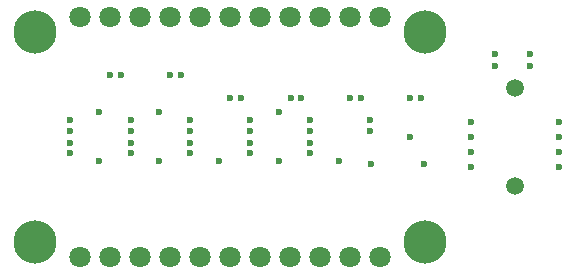
<source format=gbs>
G04*
G04 #@! TF.GenerationSoftware,Altium Limited,Altium Designer,25.9.0 (10)*
G04*
G04 Layer_Color=9720587*
%FSLAX44Y44*%
%MOMM*%
G71*
G04*
G04 #@! TF.SameCoordinates,A8D4251A-1738-4EAF-8D38-4F3D33BA549E*
G04*
G04*
G04 #@! TF.FilePolarity,Negative*
G04*
G01*
G75*
%ADD25C,1.8018*%
%ADD26C,3.6560*%
%ADD27C,1.5200*%
%ADD28C,0.6000*%
D25*
X63500Y12700D02*
D03*
X88900D02*
D03*
X139700D02*
D03*
X165100D02*
D03*
X215900D02*
D03*
X266700D02*
D03*
X317500D02*
D03*
X292100D02*
D03*
X241300D02*
D03*
X190500D02*
D03*
X114300D02*
D03*
X88900Y215900D02*
D03*
X114300D02*
D03*
X139700D02*
D03*
X165100D02*
D03*
X190500D02*
D03*
X215900D02*
D03*
X241300D02*
D03*
X266700D02*
D03*
X292100D02*
D03*
X317500D02*
D03*
X63500D02*
D03*
D26*
X355600Y203200D02*
D03*
Y25400D02*
D03*
X25400Y203200D02*
D03*
Y25400D02*
D03*
D27*
X431800Y155600D02*
D03*
Y73000D02*
D03*
D28*
X309500Y91000D02*
D03*
X415000Y174000D02*
D03*
Y184000D02*
D03*
X394500Y114500D02*
D03*
X444500Y184000D02*
D03*
Y174000D02*
D03*
X156500Y100300D02*
D03*
X354200Y91000D02*
D03*
X282500Y93800D02*
D03*
X232000D02*
D03*
X181000Y93800D02*
D03*
X130500Y93800D02*
D03*
X79500Y93800D02*
D03*
X309000Y128300D02*
D03*
Y119300D02*
D03*
X98000Y166300D02*
D03*
X148500D02*
D03*
X250500Y146800D02*
D03*
X300750Y147000D02*
D03*
X469000Y114500D02*
D03*
X352000Y147300D02*
D03*
X207500Y128300D02*
D03*
X343000Y113800D02*
D03*
X258000Y119300D02*
D03*
X207500Y119300D02*
D03*
X258000Y109300D02*
D03*
X207500Y109300D02*
D03*
Y100300D02*
D03*
X199500Y146800D02*
D03*
X156500Y128300D02*
D03*
Y119300D02*
D03*
X106000D02*
D03*
X55000Y119300D02*
D03*
X156500Y109300D02*
D03*
X106000Y109300D02*
D03*
X55000Y109300D02*
D03*
X232000Y135300D02*
D03*
X241500Y146800D02*
D03*
X291750Y147000D02*
D03*
X469000Y127200D02*
D03*
Y89100D02*
D03*
Y101800D02*
D03*
X394500Y127000D02*
D03*
Y101600D02*
D03*
Y88900D02*
D03*
X258000Y128300D02*
D03*
X190500Y146800D02*
D03*
X258000Y100300D02*
D03*
X343000Y147300D02*
D03*
X130500Y135300D02*
D03*
X55000Y128300D02*
D03*
X106000Y128300D02*
D03*
X139500Y166300D02*
D03*
X89000Y166300D02*
D03*
X106000Y100300D02*
D03*
X79500Y135300D02*
D03*
X55000Y100300D02*
D03*
M02*

</source>
